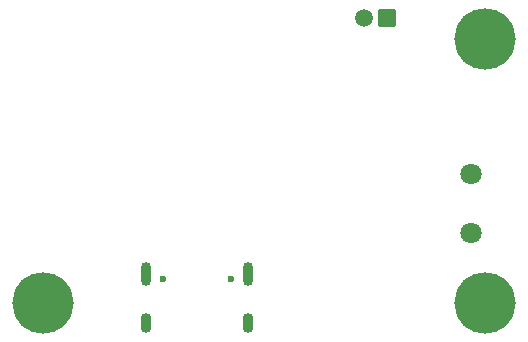
<source format=gbr>
%TF.GenerationSoftware,KiCad,Pcbnew,9.0.5*%
%TF.CreationDate,2025-11-13T14:50:54-05:00*%
%TF.ProjectId,F25,4632352e-6b69-4636-9164-5f7063625858,v1.0.1*%
%TF.SameCoordinates,Original*%
%TF.FileFunction,Soldermask,Bot*%
%TF.FilePolarity,Negative*%
%FSLAX46Y46*%
G04 Gerber Fmt 4.6, Leading zero omitted, Abs format (unit mm)*
G04 Created by KiCad (PCBNEW 9.0.5) date 2025-11-13 14:50:54*
%MOMM*%
%LPD*%
G01*
G04 APERTURE LIST*
G04 Aperture macros list*
%AMRoundRect*
0 Rectangle with rounded corners*
0 $1 Rounding radius*
0 $2 $3 $4 $5 $6 $7 $8 $9 X,Y pos of 4 corners*
0 Add a 4 corners polygon primitive as box body*
4,1,4,$2,$3,$4,$5,$6,$7,$8,$9,$2,$3,0*
0 Add four circle primitives for the rounded corners*
1,1,$1+$1,$2,$3*
1,1,$1+$1,$4,$5*
1,1,$1+$1,$6,$7*
1,1,$1+$1,$8,$9*
0 Add four rect primitives between the rounded corners*
20,1,$1+$1,$2,$3,$4,$5,0*
20,1,$1+$1,$4,$5,$6,$7,0*
20,1,$1+$1,$6,$7,$8,$9,0*
20,1,$1+$1,$8,$9,$2,$3,0*%
G04 Aperture macros list end*
%ADD10C,0.600000*%
%ADD11C,5.200000*%
%ADD12RoundRect,0.102000X-0.654000X-0.654000X0.654000X-0.654000X0.654000X0.654000X-0.654000X0.654000X0*%
%ADD13C,1.512000*%
%ADD14O,0.900000X2.000000*%
%ADD15O,0.900000X1.700000*%
%ADD16C,1.800000*%
G04 APERTURE END LIST*
D10*
%TO.C,H3*%
X137500000Y-111500000D03*
X138090000Y-110090000D03*
X138090000Y-112910000D03*
D11*
X139470000Y-111465000D03*
D10*
X139500000Y-109500000D03*
X139500000Y-113500000D03*
X140910000Y-110090000D03*
X140910000Y-112910000D03*
X141500000Y-111500000D03*
%TD*%
D12*
%TO.C,J3*%
X168600000Y-87350000D03*
D13*
X166600000Y-87350000D03*
%TD*%
D10*
%TO.C,J4*%
X149610000Y-109450000D03*
X155390000Y-109450000D03*
D14*
X148180000Y-108970000D03*
D15*
X148180000Y-113140000D03*
D14*
X156820000Y-108970000D03*
D15*
X156820000Y-113140000D03*
%TD*%
D16*
%TO.C,LS1*%
X175700000Y-100500010D03*
X175700000Y-105499989D03*
%TD*%
D10*
%TO.C,H1*%
X174900000Y-89100000D03*
X175490000Y-87690000D03*
X175490000Y-90510000D03*
D11*
X176870000Y-89065000D03*
D10*
X176900000Y-87100000D03*
X176900000Y-91100000D03*
X178310000Y-87690000D03*
X178310000Y-90510000D03*
X178900000Y-89100000D03*
%TD*%
%TO.C,H2*%
X174900000Y-111500000D03*
X175490000Y-110090000D03*
X175490000Y-112910000D03*
D11*
X176870000Y-111465000D03*
D10*
X176900000Y-109500000D03*
X176900000Y-113500000D03*
X178310000Y-110090000D03*
X178310000Y-112910000D03*
X178900000Y-111500000D03*
%TD*%
M02*

</source>
